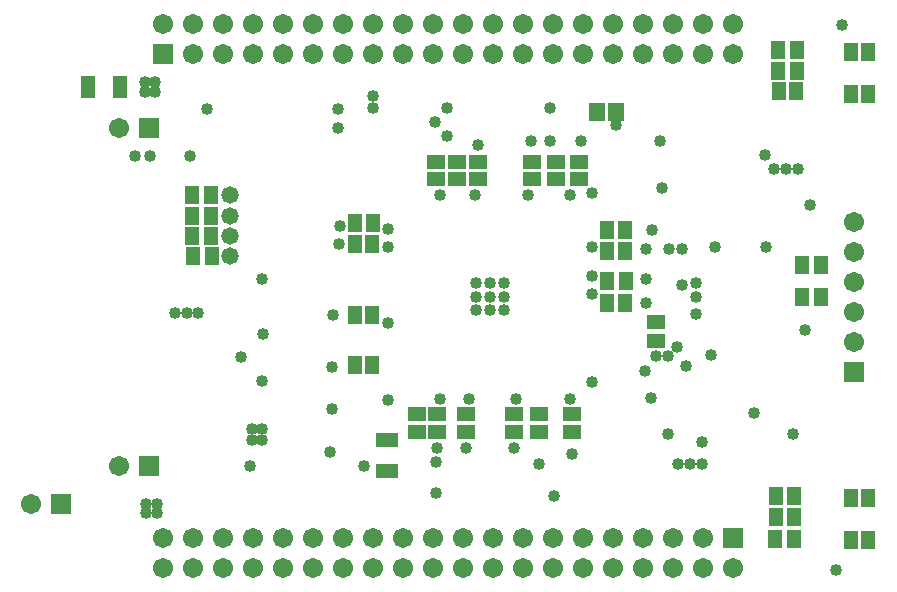
<source format=gbs>
G04*
G04 #@! TF.GenerationSoftware,Altium Limited,Altium Designer,20.0.13 (296)*
G04*
G04 Layer_Color=16711935*
%FSLAX25Y25*%
%MOIN*%
G70*
G01*
G75*
%ADD31R,0.04737X0.05918*%
%ADD36R,0.05524X0.06312*%
%ADD37R,0.06312X0.05131*%
%ADD38R,0.05131X0.06312*%
%ADD39R,0.05918X0.04737*%
%ADD43C,0.06706*%
%ADD44R,0.06706X0.06706*%
%ADD45R,0.06706X0.06706*%
%ADD46C,0.04000*%
%ADD47C,0.05800*%
%ADD199R,0.05131X0.07493*%
%ADD200R,0.07493X0.05131*%
%ADD201R,0.04934X0.06312*%
D31*
X266700Y171921D02*
D03*
X260400D02*
D03*
X265950Y23291D02*
D03*
X259650D02*
D03*
X268350Y96491D02*
D03*
X274650D02*
D03*
X274650Y107291D02*
D03*
X268350D02*
D03*
X259550Y15790D02*
D03*
X265850D02*
D03*
X266750Y178691D02*
D03*
X260450D02*
D03*
X71350Y130491D02*
D03*
X65050D02*
D03*
X71350Y123591D02*
D03*
X65050D02*
D03*
X71550Y116791D02*
D03*
X65250D02*
D03*
X71650Y110090D02*
D03*
X65350D02*
D03*
X203350Y101790D02*
D03*
X209650D02*
D03*
D36*
X206350Y158291D02*
D03*
X200050D02*
D03*
D37*
X140000Y51538D02*
D03*
Y57443D02*
D03*
X146700Y51538D02*
D03*
Y57443D02*
D03*
X156600Y51538D02*
D03*
Y57443D02*
D03*
X172300Y51538D02*
D03*
Y57443D02*
D03*
X180700Y51538D02*
D03*
Y57443D02*
D03*
X191900Y51538D02*
D03*
Y57443D02*
D03*
X146400Y141643D02*
D03*
Y135738D02*
D03*
X153450Y141643D02*
D03*
Y135738D02*
D03*
X160500Y141643D02*
D03*
Y135738D02*
D03*
X178500Y141643D02*
D03*
Y135738D02*
D03*
X186300Y141643D02*
D03*
Y135738D02*
D03*
X194100Y141643D02*
D03*
Y135738D02*
D03*
D38*
X265653Y30090D02*
D03*
X259747D02*
D03*
X266553Y165091D02*
D03*
X260647D02*
D03*
X209453Y94491D02*
D03*
X203547D02*
D03*
X209453Y111990D02*
D03*
X203547D02*
D03*
X209453Y118691D02*
D03*
X203547D02*
D03*
X119407Y121321D02*
D03*
X125313D02*
D03*
X119375Y114321D02*
D03*
X125280D02*
D03*
X119317Y90461D02*
D03*
X125223D02*
D03*
X119347Y73953D02*
D03*
X125253D02*
D03*
D39*
X219800Y88040D02*
D03*
Y81741D02*
D03*
D43*
X245512Y187448D02*
D03*
Y177448D02*
D03*
X235512Y187448D02*
D03*
Y177448D02*
D03*
X225512Y187448D02*
D03*
Y177448D02*
D03*
X215512Y187448D02*
D03*
Y177448D02*
D03*
X205512Y187448D02*
D03*
Y177448D02*
D03*
X195512Y187448D02*
D03*
Y177448D02*
D03*
X185512Y187448D02*
D03*
Y177448D02*
D03*
X175512Y187448D02*
D03*
Y177448D02*
D03*
X165512Y187448D02*
D03*
Y177448D02*
D03*
X155512Y187448D02*
D03*
Y177448D02*
D03*
X145512Y187448D02*
D03*
Y177448D02*
D03*
X135512Y187448D02*
D03*
Y177448D02*
D03*
X125512Y187448D02*
D03*
Y177448D02*
D03*
X115512Y187448D02*
D03*
Y177448D02*
D03*
X105512Y187448D02*
D03*
Y177448D02*
D03*
X95512Y187448D02*
D03*
Y177448D02*
D03*
X85512Y187448D02*
D03*
Y177448D02*
D03*
X75512Y187448D02*
D03*
Y177448D02*
D03*
X65512Y187448D02*
D03*
Y177448D02*
D03*
X55512Y187448D02*
D03*
X40953Y152823D02*
D03*
X285800Y121591D02*
D03*
Y111591D02*
D03*
Y101591D02*
D03*
Y91590D02*
D03*
Y81590D02*
D03*
X40953Y40330D02*
D03*
X11600Y27491D02*
D03*
X55472Y6228D02*
D03*
Y16228D02*
D03*
X65472Y6228D02*
D03*
Y16228D02*
D03*
X75472Y6228D02*
D03*
Y16228D02*
D03*
X85472Y6228D02*
D03*
Y16228D02*
D03*
X95472Y6228D02*
D03*
Y16228D02*
D03*
X105472Y6228D02*
D03*
Y16228D02*
D03*
X115472Y6228D02*
D03*
Y16228D02*
D03*
X125472Y6228D02*
D03*
Y16228D02*
D03*
X135472Y6228D02*
D03*
Y16228D02*
D03*
X145472Y6228D02*
D03*
Y16228D02*
D03*
X155472Y6228D02*
D03*
Y16228D02*
D03*
X165472Y6228D02*
D03*
Y16228D02*
D03*
X175472Y6228D02*
D03*
Y16228D02*
D03*
X185472Y6228D02*
D03*
Y16228D02*
D03*
X195472Y6228D02*
D03*
Y16228D02*
D03*
X205472Y6228D02*
D03*
Y16228D02*
D03*
X215472Y6228D02*
D03*
Y16228D02*
D03*
X225472Y6228D02*
D03*
Y16228D02*
D03*
X235472Y6228D02*
D03*
Y16228D02*
D03*
X245472Y6228D02*
D03*
D44*
X55512Y177448D02*
D03*
X50953Y152823D02*
D03*
X50953Y40330D02*
D03*
X21600Y27491D02*
D03*
X245472Y16228D02*
D03*
D45*
X285800Y71591D02*
D03*
D46*
X159695Y101083D02*
D03*
X164370D02*
D03*
X169045D02*
D03*
Y96653D02*
D03*
X164370D02*
D03*
X159695D02*
D03*
Y92224D02*
D03*
X164370D02*
D03*
X169045D02*
D03*
X238287Y77067D02*
D03*
X229626Y73622D02*
D03*
X226772Y79921D02*
D03*
X252323Y57815D02*
D03*
X81500Y76390D02*
D03*
X130449Y62142D02*
D03*
X130358Y87732D02*
D03*
X130368Y113323D02*
D03*
X130362Y119228D02*
D03*
X147668Y130623D02*
D03*
X159479Y130612D02*
D03*
X177195Y130595D02*
D03*
X190975Y130616D02*
D03*
X198449Y131039D02*
D03*
X198432Y113323D02*
D03*
X198390Y103480D02*
D03*
X198384Y97575D02*
D03*
X198457Y68047D02*
D03*
X190975Y62565D02*
D03*
X173258Y62549D02*
D03*
X157510Y62601D02*
D03*
X147668Y62558D02*
D03*
X279740Y5431D02*
D03*
X281740Y187231D02*
D03*
X85100Y48791D02*
D03*
Y52390D02*
D03*
X49800Y27591D02*
D03*
Y24390D02*
D03*
X53400D02*
D03*
Y27591D02*
D03*
X146300Y31291D02*
D03*
X180700Y40991D02*
D03*
X114200Y114291D02*
D03*
X114300Y120291D02*
D03*
X228600Y100591D02*
D03*
X216600Y94490D02*
D03*
X112070Y90461D02*
D03*
X146700Y46291D02*
D03*
X156600D02*
D03*
X172300D02*
D03*
X216600Y112391D02*
D03*
Y102491D02*
D03*
X219800Y76691D02*
D03*
X223800D02*
D03*
X231000Y40991D02*
D03*
X235000D02*
D03*
X227000D02*
D03*
X216000Y71890D02*
D03*
X235200Y48090D02*
D03*
X52900Y164891D02*
D03*
X111800Y59290D02*
D03*
X184300Y148591D02*
D03*
X178200D02*
D03*
X160500Y147291D02*
D03*
X51236Y143591D02*
D03*
X218400Y118691D02*
D03*
X146300Y41591D02*
D03*
X125300Y163591D02*
D03*
X184300Y159491D02*
D03*
X194900Y148591D02*
D03*
X185700Y30191D02*
D03*
X191900Y44091D02*
D03*
X239600Y113291D02*
D03*
X267100Y139191D02*
D03*
X263200D02*
D03*
X259200D02*
D03*
X256600Y113291D02*
D03*
X233100Y90690D02*
D03*
Y96491D02*
D03*
Y101291D02*
D03*
X70000Y159278D02*
D03*
X46000Y143591D02*
D03*
X88400Y102391D02*
D03*
Y52390D02*
D03*
Y48791D02*
D03*
X122600Y40191D02*
D03*
X111800Y73090D02*
D03*
X52900Y168091D02*
D03*
X49300Y164891D02*
D03*
Y168091D02*
D03*
X64400Y143591D02*
D03*
X113700Y152791D02*
D03*
Y159278D02*
D03*
X150200Y150091D02*
D03*
X125300Y159491D02*
D03*
X146000Y154891D02*
D03*
X150200Y159491D02*
D03*
X84600Y40191D02*
D03*
X111100Y44891D02*
D03*
X206300Y153691D02*
D03*
X265600Y50991D02*
D03*
X269300Y85590D02*
D03*
X221100Y148591D02*
D03*
X256000Y143991D02*
D03*
X221700Y132891D02*
D03*
X223753Y50838D02*
D03*
X218200Y62990D02*
D03*
X271200Y127291D02*
D03*
X228500Y112391D02*
D03*
X224200D02*
D03*
X59600Y91190D02*
D03*
X63350D02*
D03*
X67100D02*
D03*
X88400Y68490D02*
D03*
X88700Y84190D02*
D03*
D47*
X77800Y110091D02*
D03*
Y116790D02*
D03*
Y123591D02*
D03*
Y130491D02*
D03*
D199*
X41115Y166491D02*
D03*
X30485D02*
D03*
D200*
X130000Y38376D02*
D03*
Y49005D02*
D03*
D201*
X284882Y29648D02*
D03*
X290591D02*
D03*
X284882Y15475D02*
D03*
X290591D02*
D03*
Y164033D02*
D03*
X284882D02*
D03*
X290591Y178206D02*
D03*
X284882D02*
D03*
M02*

</source>
